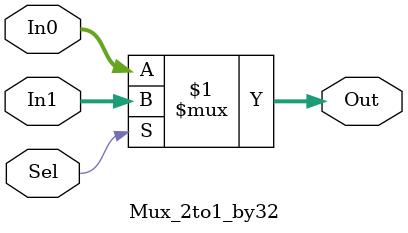
<source format=v>
`timescale 1ns / 1ps
module Mux_2to1_by32(In0, In1, Sel, Out);

     input     [31:0]    In0;
     input     [31:0]    In1;
     
     input               Sel;
     
     output    [31:0]    Out;
     
     assign Out = (Sel) ? In1 : In0;

endmodule

</source>
